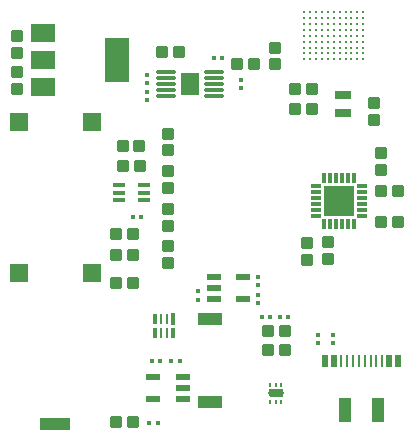
<source format=gtp>
%TF.GenerationSoftware,KiCad,Pcbnew,7.0.5*%
%TF.CreationDate,2023-07-26T15:19:29-04:00*%
%TF.ProjectId,GPSPCB,47505350-4342-42e6-9b69-6361645f7063,00*%
%TF.SameCoordinates,Original*%
%TF.FileFunction,Paste,Top*%
%TF.FilePolarity,Positive*%
%FSLAX46Y46*%
G04 Gerber Fmt 4.6, Leading zero omitted, Abs format (unit mm)*
G04 Created by KiCad (PCBNEW 7.0.5) date 2023-07-26 15:19:29*
%MOMM*%
%LPD*%
G01*
G04 APERTURE LIST*
G04 Aperture macros list*
%AMRoundRect*
0 Rectangle with rounded corners*
0 $1 Rounding radius*
0 $2 $3 $4 $5 $6 $7 $8 $9 X,Y pos of 4 corners*
0 Add a 4 corners polygon primitive as box body*
4,1,4,$2,$3,$4,$5,$6,$7,$8,$9,$2,$3,0*
0 Add four circle primitives for the rounded corners*
1,1,$1+$1,$2,$3*
1,1,$1+$1,$4,$5*
1,1,$1+$1,$6,$7*
1,1,$1+$1,$8,$9*
0 Add four rect primitives between the rounded corners*
20,1,$1+$1,$2,$3,$4,$5,0*
20,1,$1+$1,$4,$5,$6,$7,0*
20,1,$1+$1,$6,$7,$8,$9,0*
20,1,$1+$1,$8,$9,$2,$3,0*%
%AMFreePoly0*
4,1,14,0.100000,0.600000,0.350000,0.600000,0.350000,-0.600000,0.100000,-0.600000,0.100000,-0.650000,-0.100000,-0.650000,-0.100000,-0.600000,-0.350000,-0.600000,-0.350000,0.450000,-0.200000,0.600000,-0.100000,0.600000,-0.100000,0.650000,0.100000,0.650000,0.100000,0.600000,0.100000,0.600000,$1*%
G04 Aperture macros list end*
%ADD10RoundRect,0.250000X-0.287500X-0.275000X0.287500X-0.275000X0.287500X0.275000X-0.287500X0.275000X0*%
%ADD11RoundRect,0.079500X-0.100500X0.079500X-0.100500X-0.079500X0.100500X-0.079500X0.100500X0.079500X0*%
%ADD12RoundRect,0.250000X0.275000X-0.287500X0.275000X0.287500X-0.275000X0.287500X-0.275000X-0.287500X0*%
%ADD13RoundRect,0.250000X-0.275000X0.287500X-0.275000X-0.287500X0.275000X-0.287500X0.275000X0.287500X0*%
%ADD14RoundRect,0.079500X-0.079500X-0.100500X0.079500X-0.100500X0.079500X0.100500X-0.079500X0.100500X0*%
%ADD15RoundRect,0.250000X0.287500X0.275000X-0.287500X0.275000X-0.287500X-0.275000X0.287500X-0.275000X0*%
%ADD16R,1.000000X2.000000*%
%ADD17R,0.520000X1.000000*%
%ADD18R,0.270000X1.000000*%
%ADD19R,1.200000X0.600000*%
%ADD20O,1.699999X0.299999*%
%ADD21R,1.569999X1.879999*%
%ADD22R,1.050000X0.400000*%
%ADD23R,1.400000X0.700000*%
%ADD24R,2.000000X1.000000*%
%ADD25RoundRect,0.079500X0.100500X-0.079500X0.100500X0.079500X-0.100500X0.079500X-0.100500X-0.079500X0*%
%ADD26R,1.500000X1.500000*%
%ADD27R,2.500000X1.000000*%
%ADD28FreePoly0,90.000000*%
%ADD29RoundRect,0.062500X0.062500X-0.112500X0.062500X0.112500X-0.062500X0.112500X-0.062500X-0.112500X0*%
%ADD30R,2.000000X1.500000*%
%ADD31R,2.000000X3.800000*%
%ADD32R,0.300000X1.000000*%
%ADD33R,0.250000X0.950000*%
%ADD34R,0.300000X0.950000*%
%ADD35R,0.300000X0.850000*%
%ADD36R,0.850000X0.300000*%
%ADD37R,2.650000X2.650000*%
%ADD38C,0.290000*%
%ADD39RoundRect,0.079500X0.079500X0.100500X-0.079500X0.100500X-0.079500X-0.100500X0.079500X-0.100500X0*%
G04 APERTURE END LIST*
D10*
%TO.C,C14*%
X71797500Y-59660000D03*
X73222500Y-59660000D03*
%TD*%
%TO.C,C9*%
X63645000Y-68895000D03*
X62220000Y-68895000D03*
%TD*%
D11*
%TO.C,R5*%
X52017500Y-48672500D03*
X52017500Y-49362500D03*
%TD*%
D12*
%TO.C,C18*%
X67280000Y-62782500D03*
X67280000Y-61357500D03*
%TD*%
D13*
%TO.C,C15*%
X62810000Y-44895000D03*
X62810000Y-46320000D03*
%TD*%
D14*
%TO.C,R14*%
X52185000Y-76670000D03*
X52875000Y-76670000D03*
%TD*%
D12*
%TO.C,C19*%
X53750000Y-56765000D03*
X53750000Y-55340000D03*
%TD*%
D15*
%TO.C,C4*%
X65975000Y-50090000D03*
X64550000Y-50090000D03*
%TD*%
D16*
%TO.C,J1*%
X71560000Y-75600000D03*
X68760000Y-75600000D03*
D17*
X73260000Y-71400000D03*
X72510000Y-71400000D03*
D18*
X71910000Y-71400000D03*
X71410000Y-71400000D03*
X70910000Y-71400000D03*
X70410000Y-71400000D03*
X69910000Y-71400000D03*
X69410000Y-71400000D03*
X68910000Y-71400000D03*
X68410000Y-71400000D03*
D17*
X67810000Y-71400000D03*
X67060000Y-71400000D03*
%TD*%
D13*
%TO.C,C16*%
X65510000Y-61415000D03*
X65510000Y-62840000D03*
%TD*%
D11*
%TO.C,R9*%
X61380000Y-64330000D03*
X61380000Y-65020000D03*
%TD*%
%TO.C,R4*%
X52017500Y-47207500D03*
X52017500Y-47897500D03*
%TD*%
D19*
%TO.C,IC2*%
X60120000Y-64280000D03*
X60120000Y-66180000D03*
X57620000Y-66180000D03*
X57620000Y-65230000D03*
X57620000Y-64280000D03*
%TD*%
D20*
%TO.C,U4*%
X53577502Y-46992499D03*
X53577502Y-47492498D03*
X53577502Y-47992500D03*
X53577502Y-48492499D03*
X53577502Y-48992501D03*
X57677501Y-48992501D03*
X57677501Y-48492499D03*
X57677501Y-47992500D03*
X57677501Y-47492498D03*
X57677501Y-46992499D03*
D21*
X55627500Y-47992500D03*
%TD*%
D14*
%TO.C,R7*%
X57642500Y-45752500D03*
X58332500Y-45752500D03*
%TD*%
D19*
%TO.C,IC5*%
X55020000Y-74650000D03*
X55020000Y-73700000D03*
X55020000Y-72750000D03*
X52520000Y-72750000D03*
X52520000Y-74650000D03*
%TD*%
D22*
%TO.C,IC4*%
X51740000Y-57820000D03*
X51740000Y-57170000D03*
X51740000Y-56520000D03*
X49640000Y-56520000D03*
X49640000Y-57170000D03*
X49640000Y-57820000D03*
%TD*%
D11*
%TO.C,R6*%
X59970000Y-47645000D03*
X59970000Y-48335000D03*
%TD*%
D12*
%TO.C,C12*%
X71770000Y-55280000D03*
X71770000Y-53855000D03*
%TD*%
D15*
%TO.C,C23*%
X51385000Y-54890000D03*
X49960000Y-54890000D03*
%TD*%
D13*
%TO.C,C5*%
X71160000Y-49570000D03*
X71160000Y-50995000D03*
%TD*%
D23*
%TO.C,Y2*%
X68610000Y-48950000D03*
X68610000Y-50450000D03*
%TD*%
D24*
%TO.C,ANT1*%
X57307500Y-67915000D03*
X57307500Y-74915000D03*
%TD*%
D12*
%TO.C,C21*%
X53780000Y-53600000D03*
X53780000Y-52175000D03*
%TD*%
D15*
%TO.C,C22*%
X51340000Y-53200000D03*
X49915000Y-53200000D03*
%TD*%
D13*
%TO.C,C6*%
X40980000Y-43920000D03*
X40980000Y-45345000D03*
%TD*%
D14*
%TO.C,R16*%
X54735000Y-71440000D03*
X54045000Y-71440000D03*
%TD*%
D25*
%TO.C,R10*%
X56280000Y-65535000D03*
X56280000Y-66225000D03*
%TD*%
D26*
%TO.C,ANT2*%
X47340000Y-51220000D03*
X41120000Y-51220000D03*
X47340000Y-63980000D03*
X41120000Y-63980000D03*
D27*
X44230000Y-76730000D03*
%TD*%
D25*
%TO.C,R2*%
X66440000Y-69235000D03*
X66440000Y-69925000D03*
%TD*%
D28*
%TO.C,U2*%
X62867500Y-74165000D03*
D29*
X62367500Y-73440000D03*
X62867500Y-73440000D03*
X63367500Y-73440000D03*
X63367500Y-74890000D03*
X62867500Y-74890000D03*
X62367500Y-74890000D03*
%TD*%
D10*
%TO.C,C8*%
X63642500Y-70515000D03*
X62217500Y-70515000D03*
%TD*%
D30*
%TO.C,U3*%
X43150000Y-43650000D03*
X43150000Y-45950000D03*
D31*
X49450000Y-45950000D03*
D30*
X43150000Y-48250000D03*
%TD*%
D32*
%TO.C,IC6*%
X54140000Y-67875000D03*
D33*
X53640000Y-67850000D03*
X53140000Y-67850000D03*
D34*
X52640000Y-67850000D03*
X52640000Y-69100000D03*
D33*
X53140000Y-69100000D03*
X53640000Y-69100000D03*
D34*
X54140000Y-69100000D03*
%TD*%
D15*
%TO.C,C10*%
X61060000Y-46320000D03*
X59635000Y-46320000D03*
%TD*%
D35*
%TO.C,IC3*%
X67000000Y-59820000D03*
X67500000Y-59820000D03*
X68000000Y-59820000D03*
X68500000Y-59820000D03*
X69000000Y-59820000D03*
X69500000Y-59820000D03*
D36*
X70200000Y-59120000D03*
X70200000Y-58620000D03*
X70200000Y-58120000D03*
X70200000Y-57620000D03*
X70200000Y-57120000D03*
X70200000Y-56620000D03*
D35*
X69500000Y-55920000D03*
X69000000Y-55920000D03*
X68500000Y-55920000D03*
X68000000Y-55920000D03*
X67500000Y-55920000D03*
X67000000Y-55920000D03*
D36*
X66300000Y-56620000D03*
X66300000Y-57120000D03*
X66300000Y-57620000D03*
X66300000Y-58120000D03*
X66300000Y-58620000D03*
X66300000Y-59120000D03*
D37*
X68250000Y-57870000D03*
%TD*%
D12*
%TO.C,C7*%
X40980000Y-48425000D03*
X40980000Y-47000000D03*
%TD*%
D15*
%TO.C,C11*%
X54710000Y-45292500D03*
X53285000Y-45292500D03*
%TD*%
%TO.C,C25*%
X50775000Y-64810000D03*
X49350000Y-64810000D03*
%TD*%
D38*
%TO.C,IC1*%
X70290000Y-41890000D03*
X70290000Y-42390000D03*
X70290000Y-42890000D03*
X70290000Y-43390000D03*
X70290000Y-43890000D03*
X70290000Y-44390000D03*
X70290000Y-44890000D03*
X70290000Y-45390000D03*
X70290000Y-45890000D03*
X69790000Y-41890000D03*
X69790000Y-42390000D03*
X69790000Y-42890000D03*
X69790000Y-43390000D03*
X69790000Y-43890000D03*
X69790000Y-44390000D03*
X69790000Y-44890000D03*
X69790000Y-45390000D03*
X69790000Y-45890000D03*
X69290000Y-41890000D03*
X69290000Y-42390000D03*
X69290000Y-42890000D03*
X69290000Y-43390000D03*
X69290000Y-43890000D03*
X69290000Y-44390000D03*
X69290000Y-44890000D03*
X69290000Y-45390000D03*
X69290000Y-45890000D03*
X68790000Y-41890000D03*
X68790000Y-42390000D03*
X68790000Y-42890000D03*
X68790000Y-43390000D03*
X68790000Y-43890000D03*
X68790000Y-44390000D03*
X68790000Y-44890000D03*
X68790000Y-45390000D03*
X68790000Y-45890000D03*
X68290000Y-41890000D03*
X68290000Y-42390000D03*
X68290000Y-42890000D03*
X68290000Y-43390000D03*
X68290000Y-43890000D03*
X68290000Y-44390000D03*
X68290000Y-44890000D03*
X68290000Y-45390000D03*
X68290000Y-45890000D03*
X67790000Y-41890000D03*
X67790000Y-42390000D03*
X67790000Y-42890000D03*
X67790000Y-43390000D03*
X67790000Y-43890000D03*
X67790000Y-44390000D03*
X67790000Y-44890000D03*
X67790000Y-45390000D03*
X67790000Y-45890000D03*
X67290000Y-41890000D03*
X67290000Y-42390000D03*
X67290000Y-42890000D03*
X67290000Y-43390000D03*
X67290000Y-43890000D03*
X67290000Y-44390000D03*
X67290000Y-44890000D03*
X67290000Y-45390000D03*
X67290000Y-45890000D03*
X66790000Y-41890000D03*
X66790000Y-42390000D03*
X66790000Y-42890000D03*
X66790000Y-43390000D03*
X66790000Y-43890000D03*
X66790000Y-44390000D03*
X66790000Y-44890000D03*
X66790000Y-45390000D03*
X66790000Y-45890000D03*
X66290000Y-41890000D03*
X66290000Y-42390000D03*
X66290000Y-42890000D03*
X66290000Y-43390000D03*
X66290000Y-43890000D03*
X66290000Y-44390000D03*
X66290000Y-44890000D03*
X66290000Y-45390000D03*
X66290000Y-45890000D03*
X65790000Y-41890000D03*
X65790000Y-42390000D03*
X65790000Y-42890000D03*
X65790000Y-43390000D03*
X65790000Y-43890000D03*
X65790000Y-44390000D03*
X65790000Y-44890000D03*
X65790000Y-45390000D03*
X65790000Y-45890000D03*
X65290000Y-41890000D03*
X65290000Y-42390000D03*
X65290000Y-42890000D03*
X65290000Y-43390000D03*
X65290000Y-43890000D03*
X65290000Y-44390000D03*
X65290000Y-44890000D03*
X65290000Y-45390000D03*
X65290000Y-45890000D03*
%TD*%
D15*
%TO.C,C24*%
X50770000Y-62420000D03*
X49345000Y-62420000D03*
%TD*%
D14*
%TO.C,R3*%
X63915000Y-67695000D03*
X63225000Y-67695000D03*
%TD*%
%TO.C,R15*%
X53095000Y-71440000D03*
X52405000Y-71440000D03*
%TD*%
D13*
%TO.C,C13*%
X53730000Y-61730000D03*
X53730000Y-63155000D03*
%TD*%
D15*
%TO.C,Ce*%
X65965000Y-48370000D03*
X64540000Y-48370000D03*
%TD*%
%TO.C,C27*%
X50770000Y-60660000D03*
X49345000Y-60660000D03*
%TD*%
D25*
%TO.C,R11*%
X61380000Y-65810000D03*
X61380000Y-66500000D03*
%TD*%
D10*
%TO.C,C26*%
X49347500Y-76620000D03*
X50772500Y-76620000D03*
%TD*%
D14*
%TO.C,R12*%
X50810000Y-59270000D03*
X51500000Y-59270000D03*
%TD*%
D39*
%TO.C,R1*%
X61745000Y-67685000D03*
X62435000Y-67685000D03*
%TD*%
D13*
%TO.C,C20*%
X53750000Y-58572500D03*
X53750000Y-59997500D03*
%TD*%
D15*
%TO.C,C17*%
X73200000Y-57040000D03*
X71775000Y-57040000D03*
%TD*%
D11*
%TO.C,R8*%
X67770000Y-69240000D03*
X67770000Y-69930000D03*
%TD*%
M02*

</source>
